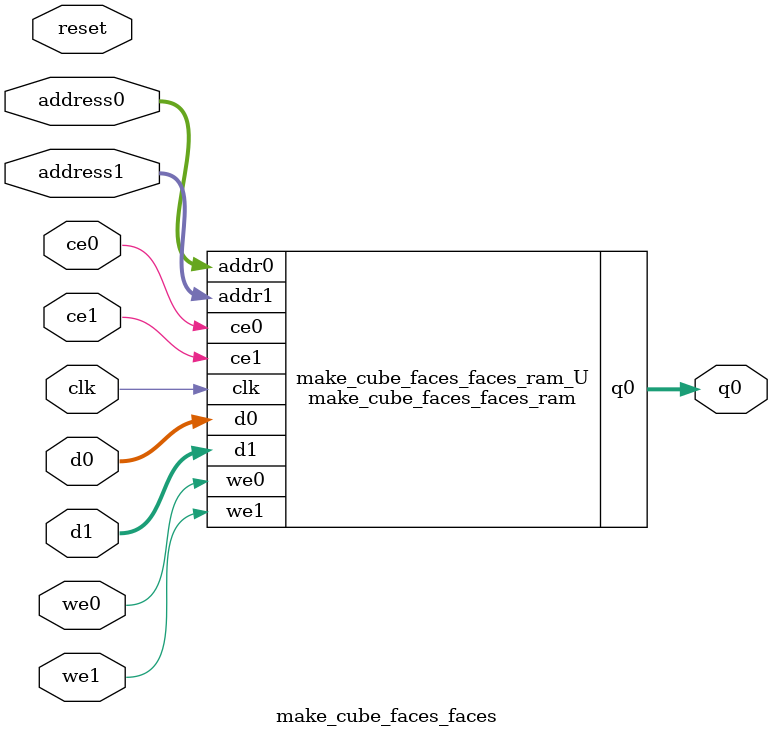
<source format=v>
`timescale 1 ns / 1 ps
module make_cube_faces_faces_ram (addr0, ce0, d0, we0, q0, addr1, ce1, d1, we1,  clk);

parameter DWIDTH = 32;
parameter AWIDTH = 3;
parameter MEM_SIZE = 6;

input[AWIDTH-1:0] addr0;
input ce0;
input[DWIDTH-1:0] d0;
input we0;
output reg[DWIDTH-1:0] q0;
input[AWIDTH-1:0] addr1;
input ce1;
input[DWIDTH-1:0] d1;
input we1;
input clk;

(* ram_style = "block" *)reg [DWIDTH-1:0] ram[0:MEM_SIZE-1];




always @(posedge clk)  
begin 
    if (ce0) 
    begin
        if (we0) 
        begin 
            ram[addr0] <= d0; 
        end 
        q0 <= ram[addr0];
    end
end


always @(posedge clk)  
begin 
    if (ce1) 
    begin
        if (we1) 
        begin 
            ram[addr1] <= d1; 
        end 
    end
end


endmodule

`timescale 1 ns / 1 ps
module make_cube_faces_faces(
    reset,
    clk,
    address0,
    ce0,
    we0,
    d0,
    q0,
    address1,
    ce1,
    we1,
    d1);

parameter DataWidth = 32'd32;
parameter AddressRange = 32'd6;
parameter AddressWidth = 32'd3;
input reset;
input clk;
input[AddressWidth - 1:0] address0;
input ce0;
input we0;
input[DataWidth - 1:0] d0;
output[DataWidth - 1:0] q0;
input[AddressWidth - 1:0] address1;
input ce1;
input we1;
input[DataWidth - 1:0] d1;



make_cube_faces_faces_ram make_cube_faces_faces_ram_U(
    .clk( clk ),
    .addr0( address0 ),
    .ce0( ce0 ),
    .we0( we0 ),
    .d0( d0 ),
    .q0( q0 ),
    .addr1( address1 ),
    .ce1( ce1 ),
    .we1( we1 ),
    .d1( d1 ));

endmodule


</source>
